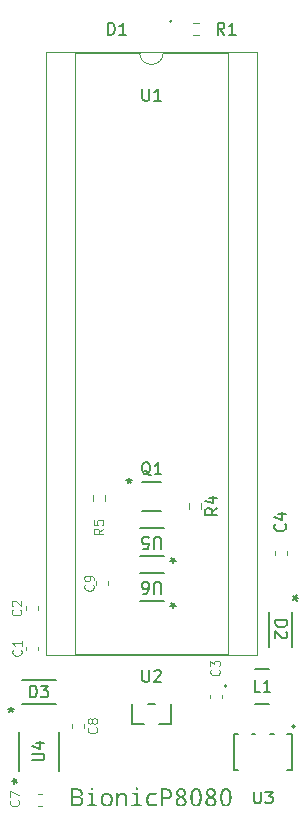
<source format=gbr>
G04 #@! TF.GenerationSoftware,KiCad,Pcbnew,8.0.4+dfsg-1*
G04 #@! TF.CreationDate,2025-03-05T20:28:27+09:00*
G04 #@! TF.ProjectId,bionic-p8080,62696f6e-6963-42d7-9038-3038302e6b69,2*
G04 #@! TF.SameCoordinates,Original*
G04 #@! TF.FileFunction,Legend,Top*
G04 #@! TF.FilePolarity,Positive*
%FSLAX46Y46*%
G04 Gerber Fmt 4.6, Leading zero omitted, Abs format (unit mm)*
G04 Created by KiCad (PCBNEW 8.0.4+dfsg-1) date 2025-03-05 20:28:27*
%MOMM*%
%LPD*%
G01*
G04 APERTURE LIST*
%ADD10C,0.150000*%
%ADD11C,0.100000*%
%ADD12C,0.120000*%
%ADD13C,0.152400*%
G04 APERTURE END LIST*
D10*
G36*
X107445538Y-136053063D02*
G01*
X107522344Y-136059637D01*
X107604522Y-136073311D01*
X107675805Y-136093297D01*
X107745195Y-136124590D01*
X107770394Y-136140631D01*
X107826173Y-136192219D01*
X107866015Y-136257592D01*
X107889920Y-136336750D01*
X107897764Y-136417321D01*
X107897889Y-136429692D01*
X107889982Y-136507373D01*
X107863019Y-136582904D01*
X107816922Y-136648045D01*
X107760737Y-136695622D01*
X107693389Y-136729819D01*
X107614878Y-136750634D01*
X107597836Y-136753192D01*
X107597836Y-136763450D01*
X107678036Y-136781127D01*
X107747542Y-136806315D01*
X107819387Y-136848361D01*
X107874524Y-136902142D01*
X107912953Y-136967658D01*
X107934674Y-137044909D01*
X107940020Y-137115160D01*
X107935397Y-137188481D01*
X107918314Y-137266274D01*
X107888644Y-137335722D01*
X107846386Y-137396826D01*
X107808496Y-137435362D01*
X107746538Y-137480615D01*
X107675430Y-137514753D01*
X107595170Y-137537776D01*
X107519092Y-137548664D01*
X107450558Y-137551500D01*
X106907606Y-137551500D01*
X106907606Y-137387735D01*
X107100314Y-137387735D01*
X107416486Y-137387735D01*
X107491619Y-137383355D01*
X107571448Y-137365565D01*
X107646582Y-137326152D01*
X107699175Y-137267033D01*
X107729228Y-137188207D01*
X107737055Y-137107466D01*
X107728906Y-137032635D01*
X107697616Y-136959580D01*
X107642859Y-136904788D01*
X107564635Y-136868261D01*
X107481521Y-136851772D01*
X107403297Y-136847714D01*
X107100314Y-136847714D01*
X107100314Y-137387735D01*
X106907606Y-137387735D01*
X106907606Y-136683949D01*
X107100314Y-136683949D01*
X107392672Y-136683949D01*
X107467640Y-136680446D01*
X107546021Y-136666213D01*
X107617600Y-136634683D01*
X107627145Y-136627895D01*
X107674824Y-136570259D01*
X107697261Y-136495589D01*
X107700785Y-136442515D01*
X107691477Y-136366822D01*
X107656477Y-136298465D01*
X107622016Y-136267759D01*
X107549957Y-136235387D01*
X107470072Y-136219824D01*
X107393182Y-136214844D01*
X107372156Y-136214636D01*
X107100314Y-136214636D01*
X107100314Y-136683949D01*
X106907606Y-136683949D01*
X106907606Y-136050871D01*
X107361165Y-136050871D01*
X107445538Y-136053063D01*
G37*
G36*
X108680809Y-135957082D02*
G01*
X108755441Y-135979452D01*
X108788280Y-136046561D01*
X108789986Y-136073952D01*
X108771644Y-136146080D01*
X108757379Y-136162613D01*
X108689015Y-136191301D01*
X108680809Y-136191555D01*
X108609410Y-136172146D01*
X108573226Y-136107832D01*
X108570533Y-136073952D01*
X108588733Y-135998284D01*
X108654963Y-135958908D01*
X108680809Y-135957082D01*
G37*
G36*
X108586287Y-136573307D02*
G01*
X108308949Y-136551691D01*
X108308949Y-136426028D01*
X108773499Y-136426028D01*
X108773499Y-137404221D01*
X109136200Y-137424737D01*
X109136200Y-137551500D01*
X108231646Y-137551500D01*
X108231646Y-137424737D01*
X108586287Y-137404221D01*
X108586287Y-136573307D01*
G37*
G36*
X110005242Y-136408197D02*
G01*
X110080882Y-136425044D01*
X110150803Y-136453122D01*
X110215005Y-136492432D01*
X110273489Y-136542973D01*
X110291713Y-136562316D01*
X110340395Y-136625900D01*
X110379005Y-136696852D01*
X110407542Y-136775171D01*
X110426008Y-136860857D01*
X110433702Y-136937890D01*
X110434961Y-136986566D01*
X110431509Y-137069148D01*
X110421151Y-137146077D01*
X110403888Y-137217354D01*
X110374058Y-137295424D01*
X110334285Y-137365354D01*
X110293545Y-137417410D01*
X110237353Y-137470948D01*
X110174568Y-137513409D01*
X110105187Y-137544793D01*
X110029213Y-137565101D01*
X109946643Y-137574331D01*
X109917655Y-137574947D01*
X109836893Y-137569318D01*
X109761669Y-137552433D01*
X109691984Y-137524290D01*
X109627838Y-137484890D01*
X109569229Y-137434233D01*
X109550924Y-137414846D01*
X109502118Y-137350896D01*
X109463409Y-137279400D01*
X109434798Y-137200355D01*
X109418669Y-137128719D01*
X109409553Y-137051842D01*
X109407309Y-136986566D01*
X109601116Y-136986566D01*
X109603934Y-137063890D01*
X109616456Y-137155157D01*
X109638996Y-137232904D01*
X109681258Y-137311073D01*
X109739173Y-137368115D01*
X109812741Y-137404031D01*
X109901962Y-137418819D01*
X109921685Y-137419242D01*
X109996560Y-137412481D01*
X110076116Y-137385017D01*
X110140072Y-137336425D01*
X110188429Y-137266707D01*
X110215884Y-137195721D01*
X110233355Y-137111214D01*
X110240842Y-137013186D01*
X110241154Y-136986566D01*
X110238327Y-136910028D01*
X110225762Y-136819687D01*
X110203145Y-136742731D01*
X110160737Y-136665356D01*
X110102624Y-136608893D01*
X110028803Y-136573343D01*
X109939277Y-136558704D01*
X109919487Y-136558286D01*
X109844868Y-136564978D01*
X109765587Y-136592164D01*
X109701850Y-136640261D01*
X109653660Y-136709271D01*
X109626300Y-136779536D01*
X109608889Y-136863184D01*
X109601427Y-136960217D01*
X109601116Y-136986566D01*
X109407309Y-136986566D01*
X109410717Y-136904749D01*
X109420941Y-136828514D01*
X109442206Y-136744399D01*
X109473285Y-136668321D01*
X109514179Y-136600280D01*
X109546894Y-136559385D01*
X109602677Y-136506096D01*
X109665339Y-136463833D01*
X109734878Y-136432594D01*
X109811295Y-136412381D01*
X109894590Y-136403194D01*
X109923883Y-136402581D01*
X110005242Y-136408197D01*
G37*
G36*
X111463346Y-137551500D02*
G01*
X111463346Y-136825366D01*
X111457362Y-136748424D01*
X111434384Y-136673308D01*
X111385795Y-136609407D01*
X111313750Y-136571066D01*
X111233327Y-136558547D01*
X111218248Y-136558286D01*
X111144059Y-136564674D01*
X111065234Y-136590628D01*
X111001864Y-136636545D01*
X110953950Y-136702426D01*
X110921493Y-136788271D01*
X110906655Y-136871321D01*
X110901709Y-136967148D01*
X110901709Y-137551500D01*
X110714131Y-137551500D01*
X110714131Y-136426028D01*
X110865439Y-136426028D01*
X110893283Y-136575871D01*
X110903541Y-136575871D01*
X110948097Y-136516980D01*
X111011996Y-136463673D01*
X111088727Y-136426950D01*
X111164710Y-136408673D01*
X111250122Y-136402581D01*
X111344060Y-136409021D01*
X111425473Y-136428341D01*
X111494361Y-136460541D01*
X111562857Y-136518904D01*
X111603564Y-136580084D01*
X111631745Y-136654144D01*
X111647401Y-136741083D01*
X111650924Y-136814741D01*
X111650924Y-137551500D01*
X111463346Y-137551500D01*
G37*
G36*
X112461688Y-135957082D02*
G01*
X112536321Y-135979452D01*
X112569159Y-136046561D01*
X112570865Y-136073952D01*
X112552524Y-136146080D01*
X112538258Y-136162613D01*
X112469894Y-136191301D01*
X112461688Y-136191555D01*
X112390289Y-136172146D01*
X112354105Y-136107832D01*
X112351413Y-136073952D01*
X112369612Y-135998284D01*
X112435842Y-135958908D01*
X112461688Y-135957082D01*
G37*
G36*
X112367166Y-136573307D02*
G01*
X112089829Y-136551691D01*
X112089829Y-136426028D01*
X112554378Y-136426028D01*
X112554378Y-137404221D01*
X112917079Y-137424737D01*
X112917079Y-137551500D01*
X112012526Y-137551500D01*
X112012526Y-137424737D01*
X112367166Y-137404221D01*
X112367166Y-136573307D01*
G37*
G36*
X114163084Y-136463398D02*
G01*
X114099337Y-136626063D01*
X114024094Y-136599937D01*
X113952974Y-136581275D01*
X113877890Y-136569204D01*
X113823098Y-136566346D01*
X113733539Y-136573004D01*
X113655921Y-136592976D01*
X113590245Y-136626264D01*
X113524941Y-136686598D01*
X113486133Y-136749844D01*
X113459265Y-136826406D01*
X113444338Y-136916282D01*
X113440980Y-136992428D01*
X113444248Y-137067264D01*
X113458774Y-137155595D01*
X113484920Y-137230840D01*
X113533945Y-137306493D01*
X113601127Y-137361700D01*
X113686465Y-137396460D01*
X113767810Y-137409546D01*
X113812840Y-137411182D01*
X113894241Y-137407198D01*
X113976513Y-137395245D01*
X114049214Y-137378250D01*
X114122582Y-137355154D01*
X114143667Y-137347435D01*
X114143667Y-137512299D01*
X114070691Y-137539707D01*
X113989885Y-137559285D01*
X113912756Y-137569991D01*
X113829631Y-137574702D01*
X113804780Y-137574947D01*
X113724893Y-137571289D01*
X113650785Y-137560314D01*
X113569482Y-137537486D01*
X113496500Y-137504123D01*
X113431838Y-137460223D01*
X113393353Y-137425104D01*
X113343674Y-137364327D01*
X113304275Y-137294380D01*
X113275153Y-137215263D01*
X113258736Y-137142326D01*
X113249457Y-137063021D01*
X113247173Y-136994992D01*
X113250823Y-136907918D01*
X113261771Y-136827588D01*
X113280017Y-136754002D01*
X113311547Y-136674601D01*
X113353588Y-136604912D01*
X113396650Y-136554256D01*
X113456967Y-136502710D01*
X113525810Y-136461829D01*
X113603181Y-136431613D01*
X113689077Y-136412061D01*
X113767171Y-136403914D01*
X113816870Y-136402581D01*
X113896173Y-136405491D01*
X113973478Y-136414222D01*
X114048784Y-136428773D01*
X114122091Y-136449144D01*
X114163084Y-136463398D01*
G37*
G36*
X115022361Y-136054723D02*
G01*
X115107723Y-136066276D01*
X115183773Y-136085532D01*
X115270687Y-136123187D01*
X115341046Y-136174535D01*
X115394850Y-136239576D01*
X115432099Y-136318310D01*
X115452793Y-136410737D01*
X115457449Y-136489043D01*
X115452426Y-136569672D01*
X115437356Y-136643397D01*
X115407077Y-136720684D01*
X115363124Y-136788575D01*
X115314567Y-136839287D01*
X115246010Y-136888252D01*
X115177368Y-136920649D01*
X115099608Y-136944211D01*
X115012728Y-136958937D01*
X114933362Y-136964459D01*
X114899842Y-136964950D01*
X114703105Y-136964950D01*
X114703105Y-137551500D01*
X114511496Y-137551500D01*
X114511496Y-136801185D01*
X114703105Y-136801185D01*
X114878227Y-136801185D01*
X114961948Y-136797679D01*
X115034554Y-136787161D01*
X115111573Y-136763333D01*
X115170219Y-136727913D01*
X115220488Y-136667754D01*
X115248080Y-136596084D01*
X115258168Y-136517754D01*
X115258513Y-136498569D01*
X115250007Y-136416772D01*
X115217343Y-136336916D01*
X115160182Y-136277024D01*
X115093834Y-136242364D01*
X115010473Y-136221568D01*
X114931536Y-136214914D01*
X114910101Y-136214636D01*
X114703105Y-136214636D01*
X114703105Y-136801185D01*
X114511496Y-136801185D01*
X114511496Y-136050871D01*
X114927686Y-136050871D01*
X115022361Y-136054723D01*
G37*
G36*
X116302706Y-136032087D02*
G01*
X116375320Y-136046077D01*
X116449807Y-136073486D01*
X116515226Y-136113076D01*
X116530163Y-136124877D01*
X116581615Y-136177885D01*
X116621926Y-136247756D01*
X116642139Y-136318962D01*
X116647766Y-136388293D01*
X116638274Y-136473000D01*
X116609796Y-136550443D01*
X116562333Y-136620622D01*
X116508279Y-136673555D01*
X116441040Y-136721444D01*
X116377756Y-136756123D01*
X116452374Y-136798518D01*
X116517043Y-136843272D01*
X116583888Y-136902530D01*
X116635188Y-136965474D01*
X116670943Y-137032103D01*
X116693328Y-137116922D01*
X116696127Y-137161322D01*
X116689903Y-137239560D01*
X116671232Y-137310787D01*
X116634653Y-137383602D01*
X116581817Y-137447257D01*
X116566067Y-137461740D01*
X116505329Y-137505851D01*
X116436597Y-137539128D01*
X116359871Y-137561570D01*
X116275151Y-137573178D01*
X116223150Y-137574947D01*
X116143183Y-137571199D01*
X116070067Y-137559955D01*
X115993426Y-137537362D01*
X115926112Y-137504566D01*
X115875837Y-137468335D01*
X115821340Y-137409556D01*
X115782414Y-137340199D01*
X115759058Y-137260263D01*
X115751395Y-137181641D01*
X115751273Y-137169748D01*
X115751338Y-137169015D01*
X115934455Y-137169015D01*
X115944450Y-137252684D01*
X115981376Y-137328418D01*
X116045509Y-137380591D01*
X116122137Y-137406557D01*
X116201263Y-137414972D01*
X116218754Y-137415212D01*
X116292640Y-137409909D01*
X116369249Y-137389023D01*
X116435642Y-137348167D01*
X116482525Y-137290242D01*
X116507769Y-137217581D01*
X116512578Y-137160955D01*
X116500166Y-137084239D01*
X116462930Y-137015657D01*
X116447732Y-136997557D01*
X116392413Y-136947922D01*
X116331182Y-136906538D01*
X116264687Y-136869169D01*
X116227180Y-136850278D01*
X116196406Y-136835990D01*
X116120941Y-136876868D01*
X116058268Y-136921878D01*
X115999943Y-136981345D01*
X115960036Y-137046763D01*
X115938548Y-137118131D01*
X115934455Y-137169015D01*
X115751338Y-137169015D01*
X115758366Y-137090014D01*
X115779645Y-137016362D01*
X115815110Y-136948792D01*
X115864760Y-136887304D01*
X115928597Y-136831899D01*
X116006619Y-136782575D01*
X116041800Y-136764549D01*
X115972035Y-136715800D01*
X115914095Y-136663205D01*
X115860175Y-136595014D01*
X115823282Y-136521285D01*
X115803417Y-136442017D01*
X115800401Y-136397452D01*
X115983182Y-136397452D01*
X115992929Y-136472265D01*
X116025005Y-136540593D01*
X116034106Y-136552790D01*
X116090236Y-136604409D01*
X116153491Y-136644279D01*
X116225348Y-136680285D01*
X116294163Y-136645753D01*
X116361345Y-136599591D01*
X116418497Y-136539224D01*
X116452788Y-136471844D01*
X116464218Y-136397452D01*
X116453516Y-136322146D01*
X116414570Y-136255240D01*
X116399371Y-136241015D01*
X116333304Y-136204199D01*
X116255254Y-136188474D01*
X116220952Y-136187159D01*
X116145355Y-136194732D01*
X116073047Y-136222712D01*
X116047295Y-136241015D01*
X116001276Y-136302211D01*
X115983745Y-136378646D01*
X115983182Y-136397452D01*
X115800401Y-136397452D01*
X115799633Y-136386095D01*
X115807121Y-136307922D01*
X115833444Y-136230159D01*
X115878721Y-136163176D01*
X115919434Y-136124511D01*
X115983479Y-136082035D01*
X116055447Y-136051696D01*
X116135337Y-136033492D01*
X116211740Y-136027519D01*
X116223150Y-136027424D01*
X116302706Y-136032087D01*
G37*
G36*
X117566712Y-136034418D02*
G01*
X117643962Y-136055399D01*
X117712995Y-136090369D01*
X117773810Y-136139326D01*
X117826408Y-136202270D01*
X117842114Y-136226360D01*
X117877366Y-136292839D01*
X117906643Y-136367940D01*
X117929945Y-136451663D01*
X117944284Y-136524850D01*
X117954800Y-136603556D01*
X117961492Y-136687779D01*
X117964360Y-136777521D01*
X117964480Y-136800819D01*
X117962592Y-136894561D01*
X117956929Y-136982255D01*
X117947491Y-137063902D01*
X117934277Y-137139500D01*
X117907379Y-137241558D01*
X117871986Y-137330008D01*
X117828098Y-137404850D01*
X117775716Y-137466085D01*
X117714840Y-137513712D01*
X117645469Y-137547731D01*
X117567604Y-137568143D01*
X117481245Y-137574947D01*
X117396787Y-137567953D01*
X117320365Y-137546971D01*
X117251981Y-137512002D01*
X117191634Y-137463045D01*
X117139324Y-137400101D01*
X117123674Y-137376011D01*
X117088633Y-137309514D01*
X117059531Y-137234360D01*
X117036369Y-137150547D01*
X117022115Y-137077262D01*
X117011662Y-136998437D01*
X117005010Y-136914070D01*
X117002159Y-136824162D01*
X117002041Y-136800819D01*
X117002056Y-136800086D01*
X117192916Y-136800086D01*
X117194004Y-136879015D01*
X117197267Y-136952219D01*
X117204405Y-137035674D01*
X117214941Y-137110185D01*
X117232072Y-137187791D01*
X117258243Y-137262053D01*
X117262526Y-137271231D01*
X117302299Y-137334223D01*
X117358923Y-137383576D01*
X117428124Y-137410150D01*
X117481245Y-137415212D01*
X117560187Y-137403794D01*
X117626377Y-137369540D01*
X117679816Y-137312449D01*
X117703995Y-137270864D01*
X117731689Y-137198874D01*
X117750013Y-137123355D01*
X117761465Y-137050681D01*
X117769447Y-136969152D01*
X117773959Y-136878769D01*
X117775069Y-136800086D01*
X117773959Y-136721925D01*
X117769447Y-136632112D01*
X117761465Y-136551065D01*
X117747306Y-136465378D01*
X117728149Y-136392314D01*
X117703995Y-136331873D01*
X117663420Y-136268561D01*
X117605730Y-136218956D01*
X117535290Y-136192247D01*
X117481245Y-136187159D01*
X117403659Y-136198519D01*
X117338651Y-136232600D01*
X117286219Y-136289400D01*
X117262526Y-136330774D01*
X117235403Y-136402193D01*
X117217456Y-136477335D01*
X117206240Y-136549772D01*
X117198423Y-136631136D01*
X117194004Y-136721427D01*
X117192916Y-136800086D01*
X117002056Y-136800086D01*
X117003913Y-136707166D01*
X117009528Y-136619555D01*
X117018888Y-136537986D01*
X117031991Y-136462459D01*
X117058665Y-136360498D01*
X117093763Y-136272131D01*
X117137285Y-136197360D01*
X117189230Y-136136183D01*
X117249598Y-136088601D01*
X117318390Y-136054614D01*
X117395606Y-136034222D01*
X117481245Y-136027424D01*
X117566712Y-136034418D01*
G37*
G36*
X118823293Y-136032087D02*
G01*
X118895906Y-136046077D01*
X118970393Y-136073486D01*
X119035812Y-136113076D01*
X119050750Y-136124877D01*
X119102201Y-136177885D01*
X119142512Y-136247756D01*
X119162725Y-136318962D01*
X119168353Y-136388293D01*
X119158860Y-136473000D01*
X119130382Y-136550443D01*
X119082920Y-136620622D01*
X119028865Y-136673555D01*
X118961626Y-136721444D01*
X118898342Y-136756123D01*
X118972960Y-136798518D01*
X119037629Y-136843272D01*
X119104475Y-136902530D01*
X119155775Y-136965474D01*
X119191529Y-137032103D01*
X119213915Y-137116922D01*
X119216713Y-137161322D01*
X119210489Y-137239560D01*
X119191819Y-137310787D01*
X119155239Y-137383602D01*
X119102403Y-137447257D01*
X119086653Y-137461740D01*
X119025916Y-137505851D01*
X118957184Y-137539128D01*
X118880458Y-137561570D01*
X118795737Y-137573178D01*
X118743736Y-137574947D01*
X118663769Y-137571199D01*
X118590653Y-137559955D01*
X118514012Y-137537362D01*
X118446698Y-137504566D01*
X118396423Y-137468335D01*
X118341926Y-137409556D01*
X118303000Y-137340199D01*
X118279644Y-137260263D01*
X118271981Y-137181641D01*
X118271859Y-137169748D01*
X118271924Y-137169015D01*
X118455041Y-137169015D01*
X118465036Y-137252684D01*
X118501962Y-137328418D01*
X118566096Y-137380591D01*
X118642723Y-137406557D01*
X118721849Y-137414972D01*
X118739340Y-137415212D01*
X118813226Y-137409909D01*
X118889836Y-137389023D01*
X118956228Y-137348167D01*
X119003111Y-137290242D01*
X119028356Y-137217581D01*
X119033164Y-137160955D01*
X119020752Y-137084239D01*
X118983516Y-137015657D01*
X118968318Y-136997557D01*
X118913000Y-136947922D01*
X118851768Y-136906538D01*
X118785273Y-136869169D01*
X118747766Y-136850278D01*
X118716992Y-136835990D01*
X118641528Y-136876868D01*
X118578854Y-136921878D01*
X118520529Y-136981345D01*
X118480622Y-137046763D01*
X118459134Y-137118131D01*
X118455041Y-137169015D01*
X118271924Y-137169015D01*
X118278952Y-137090014D01*
X118300231Y-137016362D01*
X118335696Y-136948792D01*
X118385346Y-136887304D01*
X118449183Y-136831899D01*
X118527205Y-136782575D01*
X118562386Y-136764549D01*
X118492621Y-136715800D01*
X118434681Y-136663205D01*
X118380761Y-136595014D01*
X118343868Y-136521285D01*
X118324003Y-136442017D01*
X118320987Y-136397452D01*
X118503768Y-136397452D01*
X118513515Y-136472265D01*
X118545592Y-136540593D01*
X118554692Y-136552790D01*
X118610822Y-136604409D01*
X118674077Y-136644279D01*
X118745935Y-136680285D01*
X118814750Y-136645753D01*
X118881932Y-136599591D01*
X118939083Y-136539224D01*
X118973374Y-136471844D01*
X118984804Y-136397452D01*
X118974102Y-136322146D01*
X118935156Y-136255240D01*
X118919958Y-136241015D01*
X118853890Y-136204199D01*
X118775840Y-136188474D01*
X118741538Y-136187159D01*
X118665941Y-136194732D01*
X118593633Y-136222712D01*
X118567882Y-136241015D01*
X118521862Y-136302211D01*
X118504331Y-136378646D01*
X118503768Y-136397452D01*
X118320987Y-136397452D01*
X118320219Y-136386095D01*
X118327707Y-136307922D01*
X118354030Y-136230159D01*
X118399307Y-136163176D01*
X118440020Y-136124511D01*
X118504065Y-136082035D01*
X118576033Y-136051696D01*
X118655923Y-136033492D01*
X118732327Y-136027519D01*
X118743736Y-136027424D01*
X118823293Y-136032087D01*
G37*
G36*
X120087299Y-136034418D02*
G01*
X120164549Y-136055399D01*
X120233581Y-136090369D01*
X120294396Y-136139326D01*
X120346994Y-136202270D01*
X120362700Y-136226360D01*
X120397952Y-136292839D01*
X120427229Y-136367940D01*
X120450531Y-136451663D01*
X120464871Y-136524850D01*
X120475386Y-136603556D01*
X120482078Y-136687779D01*
X120484946Y-136777521D01*
X120485066Y-136800819D01*
X120483178Y-136894561D01*
X120477515Y-136982255D01*
X120468077Y-137063902D01*
X120454864Y-137139500D01*
X120427965Y-137241558D01*
X120392572Y-137330008D01*
X120348684Y-137404850D01*
X120296302Y-137466085D01*
X120235426Y-137513712D01*
X120166056Y-137547731D01*
X120088191Y-137568143D01*
X120001831Y-137574947D01*
X119917373Y-137567953D01*
X119840952Y-137546971D01*
X119772567Y-137512002D01*
X119712220Y-137463045D01*
X119659910Y-137400101D01*
X119644260Y-137376011D01*
X119609219Y-137309514D01*
X119580117Y-137234360D01*
X119556955Y-137150547D01*
X119542701Y-137077262D01*
X119532248Y-136998437D01*
X119525596Y-136914070D01*
X119522746Y-136824162D01*
X119522627Y-136800819D01*
X119522642Y-136800086D01*
X119713503Y-136800086D01*
X119714590Y-136879015D01*
X119717853Y-136952219D01*
X119724991Y-137035674D01*
X119735527Y-137110185D01*
X119752658Y-137187791D01*
X119778829Y-137262053D01*
X119783112Y-137271231D01*
X119822885Y-137334223D01*
X119879509Y-137383576D01*
X119948710Y-137410150D01*
X120001831Y-137415212D01*
X120080773Y-137403794D01*
X120146963Y-137369540D01*
X120200402Y-137312449D01*
X120224581Y-137270864D01*
X120252275Y-137198874D01*
X120270599Y-137123355D01*
X120282051Y-137050681D01*
X120290033Y-136969152D01*
X120294545Y-136878769D01*
X120295655Y-136800086D01*
X120294545Y-136721925D01*
X120290033Y-136632112D01*
X120282051Y-136551065D01*
X120267892Y-136465378D01*
X120248735Y-136392314D01*
X120224581Y-136331873D01*
X120184006Y-136268561D01*
X120126316Y-136218956D01*
X120055876Y-136192247D01*
X120001831Y-136187159D01*
X119924245Y-136198519D01*
X119859237Y-136232600D01*
X119806806Y-136289400D01*
X119783112Y-136330774D01*
X119755989Y-136402193D01*
X119738043Y-136477335D01*
X119726826Y-136549772D01*
X119719009Y-136631136D01*
X119714590Y-136721427D01*
X119713503Y-136800086D01*
X119522642Y-136800086D01*
X119524499Y-136707166D01*
X119530114Y-136619555D01*
X119539474Y-136537986D01*
X119552577Y-136462459D01*
X119579252Y-136360498D01*
X119614350Y-136272131D01*
X119657871Y-136197360D01*
X119709816Y-136136183D01*
X119770185Y-136088601D01*
X119838977Y-136054614D01*
X119916192Y-136034222D01*
X120001831Y-136027424D01*
X120087299Y-136034418D01*
G37*
X125006980Y-113676866D02*
X125054600Y-113724485D01*
X125054600Y-113724485D02*
X125102219Y-113867342D01*
X125102219Y-113867342D02*
X125102219Y-113962580D01*
X125102219Y-113962580D02*
X125054600Y-114105437D01*
X125054600Y-114105437D02*
X124959361Y-114200675D01*
X124959361Y-114200675D02*
X124864123Y-114248294D01*
X124864123Y-114248294D02*
X124673647Y-114295913D01*
X124673647Y-114295913D02*
X124530790Y-114295913D01*
X124530790Y-114295913D02*
X124340314Y-114248294D01*
X124340314Y-114248294D02*
X124245076Y-114200675D01*
X124245076Y-114200675D02*
X124149838Y-114105437D01*
X124149838Y-114105437D02*
X124102219Y-113962580D01*
X124102219Y-113962580D02*
X124102219Y-113867342D01*
X124102219Y-113867342D02*
X124149838Y-113724485D01*
X124149838Y-113724485D02*
X124197457Y-113676866D01*
X124435552Y-112819723D02*
X125102219Y-112819723D01*
X124054600Y-113057818D02*
X124768885Y-113295913D01*
X124768885Y-113295913D02*
X124768885Y-112676866D01*
X103436905Y-128341419D02*
X103436905Y-127341419D01*
X103436905Y-127341419D02*
X103675000Y-127341419D01*
X103675000Y-127341419D02*
X103817857Y-127389038D01*
X103817857Y-127389038D02*
X103913095Y-127484276D01*
X103913095Y-127484276D02*
X103960714Y-127579514D01*
X103960714Y-127579514D02*
X104008333Y-127769990D01*
X104008333Y-127769990D02*
X104008333Y-127912847D01*
X104008333Y-127912847D02*
X103960714Y-128103323D01*
X103960714Y-128103323D02*
X103913095Y-128198561D01*
X103913095Y-128198561D02*
X103817857Y-128293800D01*
X103817857Y-128293800D02*
X103675000Y-128341419D01*
X103675000Y-128341419D02*
X103436905Y-128341419D01*
X104341667Y-127341419D02*
X104960714Y-127341419D01*
X104960714Y-127341419D02*
X104627381Y-127722371D01*
X104627381Y-127722371D02*
X104770238Y-127722371D01*
X104770238Y-127722371D02*
X104865476Y-127769990D01*
X104865476Y-127769990D02*
X104913095Y-127817609D01*
X104913095Y-127817609D02*
X104960714Y-127912847D01*
X104960714Y-127912847D02*
X104960714Y-128150942D01*
X104960714Y-128150942D02*
X104913095Y-128246180D01*
X104913095Y-128246180D02*
X104865476Y-128293800D01*
X104865476Y-128293800D02*
X104770238Y-128341419D01*
X104770238Y-128341419D02*
X104484524Y-128341419D01*
X104484524Y-128341419D02*
X104389286Y-128293800D01*
X104389286Y-128293800D02*
X104341667Y-128246180D01*
X101812800Y-129144819D02*
X101812800Y-129382914D01*
X101574705Y-129287676D02*
X101812800Y-129382914D01*
X101812800Y-129382914D02*
X102050895Y-129287676D01*
X101669943Y-129573390D02*
X101812800Y-129382914D01*
X101812800Y-129382914D02*
X101955657Y-129573390D01*
X119883333Y-72232819D02*
X119550000Y-71756628D01*
X119311905Y-72232819D02*
X119311905Y-71232819D01*
X119311905Y-71232819D02*
X119692857Y-71232819D01*
X119692857Y-71232819D02*
X119788095Y-71280438D01*
X119788095Y-71280438D02*
X119835714Y-71328057D01*
X119835714Y-71328057D02*
X119883333Y-71423295D01*
X119883333Y-71423295D02*
X119883333Y-71566152D01*
X119883333Y-71566152D02*
X119835714Y-71661390D01*
X119835714Y-71661390D02*
X119788095Y-71709009D01*
X119788095Y-71709009D02*
X119692857Y-71756628D01*
X119692857Y-71756628D02*
X119311905Y-71756628D01*
X120835714Y-72232819D02*
X120264286Y-72232819D01*
X120550000Y-72232819D02*
X120550000Y-71232819D01*
X120550000Y-71232819D02*
X120454762Y-71375676D01*
X120454762Y-71375676D02*
X120359524Y-71470914D01*
X120359524Y-71470914D02*
X120264286Y-71518533D01*
X112938095Y-76820819D02*
X112938095Y-77630342D01*
X112938095Y-77630342D02*
X112985714Y-77725580D01*
X112985714Y-77725580D02*
X113033333Y-77773200D01*
X113033333Y-77773200D02*
X113128571Y-77820819D01*
X113128571Y-77820819D02*
X113319047Y-77820819D01*
X113319047Y-77820819D02*
X113414285Y-77773200D01*
X113414285Y-77773200D02*
X113461904Y-77725580D01*
X113461904Y-77725580D02*
X113509523Y-77630342D01*
X113509523Y-77630342D02*
X113509523Y-76820819D01*
X114509523Y-77820819D02*
X113938095Y-77820819D01*
X114223809Y-77820819D02*
X114223809Y-76820819D01*
X114223809Y-76820819D02*
X114128571Y-76963676D01*
X114128571Y-76963676D02*
X114033333Y-77058914D01*
X114033333Y-77058914D02*
X113938095Y-77106533D01*
X114487304Y-115745380D02*
X114487304Y-114935857D01*
X114487304Y-114935857D02*
X114439685Y-114840619D01*
X114439685Y-114840619D02*
X114392066Y-114793000D01*
X114392066Y-114793000D02*
X114296828Y-114745380D01*
X114296828Y-114745380D02*
X114106352Y-114745380D01*
X114106352Y-114745380D02*
X114011114Y-114793000D01*
X114011114Y-114793000D02*
X113963495Y-114840619D01*
X113963495Y-114840619D02*
X113915876Y-114935857D01*
X113915876Y-114935857D02*
X113915876Y-115745380D01*
X112963495Y-115745380D02*
X113439685Y-115745380D01*
X113439685Y-115745380D02*
X113487304Y-115269190D01*
X113487304Y-115269190D02*
X113439685Y-115316809D01*
X113439685Y-115316809D02*
X113344447Y-115364428D01*
X113344447Y-115364428D02*
X113106352Y-115364428D01*
X113106352Y-115364428D02*
X113011114Y-115316809D01*
X113011114Y-115316809D02*
X112963495Y-115269190D01*
X112963495Y-115269190D02*
X112915876Y-115173952D01*
X112915876Y-115173952D02*
X112915876Y-114935857D01*
X112915876Y-114935857D02*
X112963495Y-114840619D01*
X112963495Y-114840619D02*
X113011114Y-114793000D01*
X113011114Y-114793000D02*
X113106352Y-114745380D01*
X113106352Y-114745380D02*
X113344447Y-114745380D01*
X113344447Y-114745380D02*
X113439685Y-114793000D01*
X113439685Y-114793000D02*
X113487304Y-114840619D01*
X115525399Y-116945380D02*
X115525399Y-116707285D01*
X115763494Y-116802523D02*
X115525399Y-116707285D01*
X115525399Y-116707285D02*
X115287304Y-116802523D01*
X115668256Y-116516809D02*
X115525399Y-116707285D01*
X115525399Y-116707285D02*
X115382542Y-116516809D01*
X122386895Y-136322219D02*
X122386895Y-137131742D01*
X122386895Y-137131742D02*
X122434514Y-137226980D01*
X122434514Y-137226980D02*
X122482133Y-137274600D01*
X122482133Y-137274600D02*
X122577371Y-137322219D01*
X122577371Y-137322219D02*
X122767847Y-137322219D01*
X122767847Y-137322219D02*
X122863085Y-137274600D01*
X122863085Y-137274600D02*
X122910704Y-137226980D01*
X122910704Y-137226980D02*
X122958323Y-137131742D01*
X122958323Y-137131742D02*
X122958323Y-136322219D01*
X123339276Y-136322219D02*
X123958323Y-136322219D01*
X123958323Y-136322219D02*
X123624990Y-136703171D01*
X123624990Y-136703171D02*
X123767847Y-136703171D01*
X123767847Y-136703171D02*
X123863085Y-136750790D01*
X123863085Y-136750790D02*
X123910704Y-136798409D01*
X123910704Y-136798409D02*
X123958323Y-136893647D01*
X123958323Y-136893647D02*
X123958323Y-137131742D01*
X123958323Y-137131742D02*
X123910704Y-137226980D01*
X123910704Y-137226980D02*
X123863085Y-137274600D01*
X123863085Y-137274600D02*
X123767847Y-137322219D01*
X123767847Y-137322219D02*
X123482133Y-137322219D01*
X123482133Y-137322219D02*
X123386895Y-137274600D01*
X123386895Y-137274600D02*
X123339276Y-137226980D01*
D11*
X109619895Y-114049932D02*
X109238942Y-114316599D01*
X109619895Y-114507075D02*
X108819895Y-114507075D01*
X108819895Y-114507075D02*
X108819895Y-114202313D01*
X108819895Y-114202313D02*
X108857990Y-114126123D01*
X108857990Y-114126123D02*
X108896085Y-114088028D01*
X108896085Y-114088028D02*
X108972276Y-114049932D01*
X108972276Y-114049932D02*
X109086561Y-114049932D01*
X109086561Y-114049932D02*
X109162752Y-114088028D01*
X109162752Y-114088028D02*
X109200847Y-114126123D01*
X109200847Y-114126123D02*
X109238942Y-114202313D01*
X109238942Y-114202313D02*
X109238942Y-114507075D01*
X108819895Y-113326123D02*
X108819895Y-113707075D01*
X108819895Y-113707075D02*
X109200847Y-113745171D01*
X109200847Y-113745171D02*
X109162752Y-113707075D01*
X109162752Y-113707075D02*
X109124657Y-113630885D01*
X109124657Y-113630885D02*
X109124657Y-113440409D01*
X109124657Y-113440409D02*
X109162752Y-113364218D01*
X109162752Y-113364218D02*
X109200847Y-113326123D01*
X109200847Y-113326123D02*
X109277038Y-113288028D01*
X109277038Y-113288028D02*
X109467514Y-113288028D01*
X109467514Y-113288028D02*
X109543704Y-113326123D01*
X109543704Y-113326123D02*
X109581800Y-113364218D01*
X109581800Y-113364218D02*
X109619895Y-113440409D01*
X109619895Y-113440409D02*
X109619895Y-113630885D01*
X109619895Y-113630885D02*
X109581800Y-113707075D01*
X109581800Y-113707075D02*
X109543704Y-113745171D01*
D10*
X103629819Y-133684054D02*
X104439342Y-133684054D01*
X104439342Y-133684054D02*
X104534580Y-133636435D01*
X104534580Y-133636435D02*
X104582200Y-133588816D01*
X104582200Y-133588816D02*
X104629819Y-133493578D01*
X104629819Y-133493578D02*
X104629819Y-133303102D01*
X104629819Y-133303102D02*
X104582200Y-133207864D01*
X104582200Y-133207864D02*
X104534580Y-133160245D01*
X104534580Y-133160245D02*
X104439342Y-133112626D01*
X104439342Y-133112626D02*
X103629819Y-133112626D01*
X103963152Y-132207864D02*
X104629819Y-132207864D01*
X103582200Y-132445959D02*
X104296485Y-132684054D01*
X104296485Y-132684054D02*
X104296485Y-132065007D01*
X101929819Y-135422149D02*
X102167914Y-135422149D01*
X102072676Y-135660244D02*
X102167914Y-135422149D01*
X102167914Y-135422149D02*
X102072676Y-135184054D01*
X102358390Y-135565006D02*
X102167914Y-135422149D01*
X102167914Y-135422149D02*
X102358390Y-135279292D01*
X122905933Y-127858819D02*
X122429743Y-127858819D01*
X122429743Y-127858819D02*
X122429743Y-126858819D01*
X123763076Y-127858819D02*
X123191648Y-127858819D01*
X123477362Y-127858819D02*
X123477362Y-126858819D01*
X123477362Y-126858819D02*
X123382124Y-127001676D01*
X123382124Y-127001676D02*
X123286886Y-127096914D01*
X123286886Y-127096914D02*
X123191648Y-127144533D01*
X110040905Y-72232819D02*
X110040905Y-71232819D01*
X110040905Y-71232819D02*
X110279000Y-71232819D01*
X110279000Y-71232819D02*
X110421857Y-71280438D01*
X110421857Y-71280438D02*
X110517095Y-71375676D01*
X110517095Y-71375676D02*
X110564714Y-71470914D01*
X110564714Y-71470914D02*
X110612333Y-71661390D01*
X110612333Y-71661390D02*
X110612333Y-71804247D01*
X110612333Y-71804247D02*
X110564714Y-71994723D01*
X110564714Y-71994723D02*
X110517095Y-72089961D01*
X110517095Y-72089961D02*
X110421857Y-72185200D01*
X110421857Y-72185200D02*
X110279000Y-72232819D01*
X110279000Y-72232819D02*
X110040905Y-72232819D01*
X111564714Y-72232819D02*
X110993286Y-72232819D01*
X111279000Y-72232819D02*
X111279000Y-71232819D01*
X111279000Y-71232819D02*
X111183762Y-71375676D01*
X111183762Y-71375676D02*
X111088524Y-71470914D01*
X111088524Y-71470914D02*
X110993286Y-71518533D01*
X112938095Y-126020619D02*
X112938095Y-126830142D01*
X112938095Y-126830142D02*
X112985714Y-126925380D01*
X112985714Y-126925380D02*
X113033333Y-126973000D01*
X113033333Y-126973000D02*
X113128571Y-127020619D01*
X113128571Y-127020619D02*
X113319047Y-127020619D01*
X113319047Y-127020619D02*
X113414285Y-126973000D01*
X113414285Y-126973000D02*
X113461904Y-126925380D01*
X113461904Y-126925380D02*
X113509523Y-126830142D01*
X113509523Y-126830142D02*
X113509523Y-126020619D01*
X113938095Y-126115857D02*
X113985714Y-126068238D01*
X113985714Y-126068238D02*
X114080952Y-126020619D01*
X114080952Y-126020619D02*
X114319047Y-126020619D01*
X114319047Y-126020619D02*
X114414285Y-126068238D01*
X114414285Y-126068238D02*
X114461904Y-126115857D01*
X114461904Y-126115857D02*
X114509523Y-126211095D01*
X114509523Y-126211095D02*
X114509523Y-126306333D01*
X114509523Y-126306333D02*
X114461904Y-126449190D01*
X114461904Y-126449190D02*
X113890476Y-127020619D01*
X113890476Y-127020619D02*
X114509523Y-127020619D01*
D11*
X109035704Y-130890132D02*
X109073800Y-130928228D01*
X109073800Y-130928228D02*
X109111895Y-131042513D01*
X109111895Y-131042513D02*
X109111895Y-131118704D01*
X109111895Y-131118704D02*
X109073800Y-131232990D01*
X109073800Y-131232990D02*
X108997609Y-131309180D01*
X108997609Y-131309180D02*
X108921419Y-131347275D01*
X108921419Y-131347275D02*
X108769038Y-131385371D01*
X108769038Y-131385371D02*
X108654752Y-131385371D01*
X108654752Y-131385371D02*
X108502371Y-131347275D01*
X108502371Y-131347275D02*
X108426180Y-131309180D01*
X108426180Y-131309180D02*
X108349990Y-131232990D01*
X108349990Y-131232990D02*
X108311895Y-131118704D01*
X108311895Y-131118704D02*
X108311895Y-131042513D01*
X108311895Y-131042513D02*
X108349990Y-130928228D01*
X108349990Y-130928228D02*
X108388085Y-130890132D01*
X108654752Y-130432990D02*
X108616657Y-130509180D01*
X108616657Y-130509180D02*
X108578561Y-130547275D01*
X108578561Y-130547275D02*
X108502371Y-130585371D01*
X108502371Y-130585371D02*
X108464276Y-130585371D01*
X108464276Y-130585371D02*
X108388085Y-130547275D01*
X108388085Y-130547275D02*
X108349990Y-130509180D01*
X108349990Y-130509180D02*
X108311895Y-130432990D01*
X108311895Y-130432990D02*
X108311895Y-130280609D01*
X108311895Y-130280609D02*
X108349990Y-130204418D01*
X108349990Y-130204418D02*
X108388085Y-130166323D01*
X108388085Y-130166323D02*
X108464276Y-130128228D01*
X108464276Y-130128228D02*
X108502371Y-130128228D01*
X108502371Y-130128228D02*
X108578561Y-130166323D01*
X108578561Y-130166323D02*
X108616657Y-130204418D01*
X108616657Y-130204418D02*
X108654752Y-130280609D01*
X108654752Y-130280609D02*
X108654752Y-130432990D01*
X108654752Y-130432990D02*
X108692847Y-130509180D01*
X108692847Y-130509180D02*
X108730942Y-130547275D01*
X108730942Y-130547275D02*
X108807133Y-130585371D01*
X108807133Y-130585371D02*
X108959514Y-130585371D01*
X108959514Y-130585371D02*
X109035704Y-130547275D01*
X109035704Y-130547275D02*
X109073800Y-130509180D01*
X109073800Y-130509180D02*
X109111895Y-130432990D01*
X109111895Y-130432990D02*
X109111895Y-130280609D01*
X109111895Y-130280609D02*
X109073800Y-130204418D01*
X109073800Y-130204418D02*
X109035704Y-130166323D01*
X109035704Y-130166323D02*
X108959514Y-130128228D01*
X108959514Y-130128228D02*
X108807133Y-130128228D01*
X108807133Y-130128228D02*
X108730942Y-130166323D01*
X108730942Y-130166323D02*
X108692847Y-130204418D01*
X108692847Y-130204418D02*
X108654752Y-130280609D01*
X119424304Y-125987932D02*
X119462400Y-126026028D01*
X119462400Y-126026028D02*
X119500495Y-126140313D01*
X119500495Y-126140313D02*
X119500495Y-126216504D01*
X119500495Y-126216504D02*
X119462400Y-126330790D01*
X119462400Y-126330790D02*
X119386209Y-126406980D01*
X119386209Y-126406980D02*
X119310019Y-126445075D01*
X119310019Y-126445075D02*
X119157638Y-126483171D01*
X119157638Y-126483171D02*
X119043352Y-126483171D01*
X119043352Y-126483171D02*
X118890971Y-126445075D01*
X118890971Y-126445075D02*
X118814780Y-126406980D01*
X118814780Y-126406980D02*
X118738590Y-126330790D01*
X118738590Y-126330790D02*
X118700495Y-126216504D01*
X118700495Y-126216504D02*
X118700495Y-126140313D01*
X118700495Y-126140313D02*
X118738590Y-126026028D01*
X118738590Y-126026028D02*
X118776685Y-125987932D01*
X118700495Y-125721266D02*
X118700495Y-125226028D01*
X118700495Y-125226028D02*
X119005257Y-125492694D01*
X119005257Y-125492694D02*
X119005257Y-125378409D01*
X119005257Y-125378409D02*
X119043352Y-125302218D01*
X119043352Y-125302218D02*
X119081447Y-125264123D01*
X119081447Y-125264123D02*
X119157638Y-125226028D01*
X119157638Y-125226028D02*
X119348114Y-125226028D01*
X119348114Y-125226028D02*
X119424304Y-125264123D01*
X119424304Y-125264123D02*
X119462400Y-125302218D01*
X119462400Y-125302218D02*
X119500495Y-125378409D01*
X119500495Y-125378409D02*
X119500495Y-125606980D01*
X119500495Y-125606980D02*
X119462400Y-125683171D01*
X119462400Y-125683171D02*
X119424304Y-125721266D01*
X102432804Y-137062332D02*
X102470900Y-137100428D01*
X102470900Y-137100428D02*
X102508995Y-137214713D01*
X102508995Y-137214713D02*
X102508995Y-137290904D01*
X102508995Y-137290904D02*
X102470900Y-137405190D01*
X102470900Y-137405190D02*
X102394709Y-137481380D01*
X102394709Y-137481380D02*
X102318519Y-137519475D01*
X102318519Y-137519475D02*
X102166138Y-137557571D01*
X102166138Y-137557571D02*
X102051852Y-137557571D01*
X102051852Y-137557571D02*
X101899471Y-137519475D01*
X101899471Y-137519475D02*
X101823280Y-137481380D01*
X101823280Y-137481380D02*
X101747090Y-137405190D01*
X101747090Y-137405190D02*
X101708995Y-137290904D01*
X101708995Y-137290904D02*
X101708995Y-137214713D01*
X101708995Y-137214713D02*
X101747090Y-137100428D01*
X101747090Y-137100428D02*
X101785185Y-137062332D01*
X101708995Y-136795666D02*
X101708995Y-136262332D01*
X101708995Y-136262332D02*
X102508995Y-136605190D01*
X102609504Y-120907932D02*
X102647600Y-120946028D01*
X102647600Y-120946028D02*
X102685695Y-121060313D01*
X102685695Y-121060313D02*
X102685695Y-121136504D01*
X102685695Y-121136504D02*
X102647600Y-121250790D01*
X102647600Y-121250790D02*
X102571409Y-121326980D01*
X102571409Y-121326980D02*
X102495219Y-121365075D01*
X102495219Y-121365075D02*
X102342838Y-121403171D01*
X102342838Y-121403171D02*
X102228552Y-121403171D01*
X102228552Y-121403171D02*
X102076171Y-121365075D01*
X102076171Y-121365075D02*
X101999980Y-121326980D01*
X101999980Y-121326980D02*
X101923790Y-121250790D01*
X101923790Y-121250790D02*
X101885695Y-121136504D01*
X101885695Y-121136504D02*
X101885695Y-121060313D01*
X101885695Y-121060313D02*
X101923790Y-120946028D01*
X101923790Y-120946028D02*
X101961885Y-120907932D01*
X101961885Y-120603171D02*
X101923790Y-120565075D01*
X101923790Y-120565075D02*
X101885695Y-120488885D01*
X101885695Y-120488885D02*
X101885695Y-120298409D01*
X101885695Y-120298409D02*
X101923790Y-120222218D01*
X101923790Y-120222218D02*
X101961885Y-120184123D01*
X101961885Y-120184123D02*
X102038076Y-120146028D01*
X102038076Y-120146028D02*
X102114266Y-120146028D01*
X102114266Y-120146028D02*
X102228552Y-120184123D01*
X102228552Y-120184123D02*
X102685695Y-120641266D01*
X102685695Y-120641266D02*
X102685695Y-120146028D01*
D10*
X124192580Y-121827205D02*
X125192580Y-121827205D01*
X125192580Y-121827205D02*
X125192580Y-122065300D01*
X125192580Y-122065300D02*
X125144961Y-122208157D01*
X125144961Y-122208157D02*
X125049723Y-122303395D01*
X125049723Y-122303395D02*
X124954485Y-122351014D01*
X124954485Y-122351014D02*
X124764009Y-122398633D01*
X124764009Y-122398633D02*
X124621152Y-122398633D01*
X124621152Y-122398633D02*
X124430676Y-122351014D01*
X124430676Y-122351014D02*
X124335438Y-122303395D01*
X124335438Y-122303395D02*
X124240200Y-122208157D01*
X124240200Y-122208157D02*
X124192580Y-122065300D01*
X124192580Y-122065300D02*
X124192580Y-121827205D01*
X125097342Y-122779586D02*
X125144961Y-122827205D01*
X125144961Y-122827205D02*
X125192580Y-122922443D01*
X125192580Y-122922443D02*
X125192580Y-123160538D01*
X125192580Y-123160538D02*
X125144961Y-123255776D01*
X125144961Y-123255776D02*
X125097342Y-123303395D01*
X125097342Y-123303395D02*
X125002104Y-123351014D01*
X125002104Y-123351014D02*
X124906866Y-123351014D01*
X124906866Y-123351014D02*
X124764009Y-123303395D01*
X124764009Y-123303395D02*
X124192580Y-122731967D01*
X124192580Y-122731967D02*
X124192580Y-123351014D01*
X126132380Y-119936400D02*
X125894285Y-119936400D01*
X125989523Y-119698305D02*
X125894285Y-119936400D01*
X125894285Y-119936400D02*
X125989523Y-120174495D01*
X125703809Y-119793543D02*
X125894285Y-119936400D01*
X125894285Y-119936400D02*
X125703809Y-120079257D01*
X113630161Y-109539057D02*
X113534923Y-109491438D01*
X113534923Y-109491438D02*
X113439685Y-109396200D01*
X113439685Y-109396200D02*
X113296828Y-109253342D01*
X113296828Y-109253342D02*
X113201590Y-109205723D01*
X113201590Y-109205723D02*
X113106352Y-109205723D01*
X113153971Y-109443819D02*
X113058733Y-109396200D01*
X113058733Y-109396200D02*
X112963495Y-109300961D01*
X112963495Y-109300961D02*
X112915876Y-109110485D01*
X112915876Y-109110485D02*
X112915876Y-108777152D01*
X112915876Y-108777152D02*
X112963495Y-108586676D01*
X112963495Y-108586676D02*
X113058733Y-108491438D01*
X113058733Y-108491438D02*
X113153971Y-108443819D01*
X113153971Y-108443819D02*
X113344447Y-108443819D01*
X113344447Y-108443819D02*
X113439685Y-108491438D01*
X113439685Y-108491438D02*
X113534923Y-108586676D01*
X113534923Y-108586676D02*
X113582542Y-108777152D01*
X113582542Y-108777152D02*
X113582542Y-109110485D01*
X113582542Y-109110485D02*
X113534923Y-109300961D01*
X113534923Y-109300961D02*
X113439685Y-109396200D01*
X113439685Y-109396200D02*
X113344447Y-109443819D01*
X113344447Y-109443819D02*
X113153971Y-109443819D01*
X114534923Y-109443819D02*
X113963495Y-109443819D01*
X114249209Y-109443819D02*
X114249209Y-108443819D01*
X114249209Y-108443819D02*
X114153971Y-108586676D01*
X114153971Y-108586676D02*
X114058733Y-108681914D01*
X114058733Y-108681914D02*
X113963495Y-108729533D01*
X111825400Y-109755219D02*
X111825400Y-109993314D01*
X111587305Y-109898076D02*
X111825400Y-109993314D01*
X111825400Y-109993314D02*
X112063495Y-109898076D01*
X111682543Y-110183790D02*
X111825400Y-109993314D01*
X111825400Y-109993314D02*
X111968257Y-110183790D01*
X114487304Y-119567180D02*
X114487304Y-118757657D01*
X114487304Y-118757657D02*
X114439685Y-118662419D01*
X114439685Y-118662419D02*
X114392066Y-118614800D01*
X114392066Y-118614800D02*
X114296828Y-118567180D01*
X114296828Y-118567180D02*
X114106352Y-118567180D01*
X114106352Y-118567180D02*
X114011114Y-118614800D01*
X114011114Y-118614800D02*
X113963495Y-118662419D01*
X113963495Y-118662419D02*
X113915876Y-118757657D01*
X113915876Y-118757657D02*
X113915876Y-119567180D01*
X113011114Y-119567180D02*
X113201590Y-119567180D01*
X113201590Y-119567180D02*
X113296828Y-119519561D01*
X113296828Y-119519561D02*
X113344447Y-119471942D01*
X113344447Y-119471942D02*
X113439685Y-119329085D01*
X113439685Y-119329085D02*
X113487304Y-119138609D01*
X113487304Y-119138609D02*
X113487304Y-118757657D01*
X113487304Y-118757657D02*
X113439685Y-118662419D01*
X113439685Y-118662419D02*
X113392066Y-118614800D01*
X113392066Y-118614800D02*
X113296828Y-118567180D01*
X113296828Y-118567180D02*
X113106352Y-118567180D01*
X113106352Y-118567180D02*
X113011114Y-118614800D01*
X113011114Y-118614800D02*
X112963495Y-118662419D01*
X112963495Y-118662419D02*
X112915876Y-118757657D01*
X112915876Y-118757657D02*
X112915876Y-118995752D01*
X112915876Y-118995752D02*
X112963495Y-119090990D01*
X112963495Y-119090990D02*
X113011114Y-119138609D01*
X113011114Y-119138609D02*
X113106352Y-119186228D01*
X113106352Y-119186228D02*
X113296828Y-119186228D01*
X113296828Y-119186228D02*
X113392066Y-119138609D01*
X113392066Y-119138609D02*
X113439685Y-119090990D01*
X113439685Y-119090990D02*
X113487304Y-118995752D01*
X115525399Y-120767180D02*
X115525399Y-120529085D01*
X115763494Y-120624323D02*
X115525399Y-120529085D01*
X115525399Y-120529085D02*
X115287304Y-120624323D01*
X115668256Y-120338609D02*
X115525399Y-120529085D01*
X115525399Y-120529085D02*
X115382542Y-120338609D01*
D11*
X108756304Y-118800832D02*
X108794400Y-118838928D01*
X108794400Y-118838928D02*
X108832495Y-118953213D01*
X108832495Y-118953213D02*
X108832495Y-119029404D01*
X108832495Y-119029404D02*
X108794400Y-119143690D01*
X108794400Y-119143690D02*
X108718209Y-119219880D01*
X108718209Y-119219880D02*
X108642019Y-119257975D01*
X108642019Y-119257975D02*
X108489638Y-119296071D01*
X108489638Y-119296071D02*
X108375352Y-119296071D01*
X108375352Y-119296071D02*
X108222971Y-119257975D01*
X108222971Y-119257975D02*
X108146780Y-119219880D01*
X108146780Y-119219880D02*
X108070590Y-119143690D01*
X108070590Y-119143690D02*
X108032495Y-119029404D01*
X108032495Y-119029404D02*
X108032495Y-118953213D01*
X108032495Y-118953213D02*
X108070590Y-118838928D01*
X108070590Y-118838928D02*
X108108685Y-118800832D01*
X108832495Y-118419880D02*
X108832495Y-118267499D01*
X108832495Y-118267499D02*
X108794400Y-118191309D01*
X108794400Y-118191309D02*
X108756304Y-118153213D01*
X108756304Y-118153213D02*
X108642019Y-118077023D01*
X108642019Y-118077023D02*
X108489638Y-118038928D01*
X108489638Y-118038928D02*
X108184876Y-118038928D01*
X108184876Y-118038928D02*
X108108685Y-118077023D01*
X108108685Y-118077023D02*
X108070590Y-118115118D01*
X108070590Y-118115118D02*
X108032495Y-118191309D01*
X108032495Y-118191309D02*
X108032495Y-118343690D01*
X108032495Y-118343690D02*
X108070590Y-118419880D01*
X108070590Y-118419880D02*
X108108685Y-118457975D01*
X108108685Y-118457975D02*
X108184876Y-118496071D01*
X108184876Y-118496071D02*
X108375352Y-118496071D01*
X108375352Y-118496071D02*
X108451542Y-118457975D01*
X108451542Y-118457975D02*
X108489638Y-118419880D01*
X108489638Y-118419880D02*
X108527733Y-118343690D01*
X108527733Y-118343690D02*
X108527733Y-118191309D01*
X108527733Y-118191309D02*
X108489638Y-118115118D01*
X108489638Y-118115118D02*
X108451542Y-118077023D01*
X108451542Y-118077023D02*
X108375352Y-118038928D01*
X102634904Y-124311532D02*
X102673000Y-124349628D01*
X102673000Y-124349628D02*
X102711095Y-124463913D01*
X102711095Y-124463913D02*
X102711095Y-124540104D01*
X102711095Y-124540104D02*
X102673000Y-124654390D01*
X102673000Y-124654390D02*
X102596809Y-124730580D01*
X102596809Y-124730580D02*
X102520619Y-124768675D01*
X102520619Y-124768675D02*
X102368238Y-124806771D01*
X102368238Y-124806771D02*
X102253952Y-124806771D01*
X102253952Y-124806771D02*
X102101571Y-124768675D01*
X102101571Y-124768675D02*
X102025380Y-124730580D01*
X102025380Y-124730580D02*
X101949190Y-124654390D01*
X101949190Y-124654390D02*
X101911095Y-124540104D01*
X101911095Y-124540104D02*
X101911095Y-124463913D01*
X101911095Y-124463913D02*
X101949190Y-124349628D01*
X101949190Y-124349628D02*
X101987285Y-124311532D01*
X102711095Y-123549628D02*
X102711095Y-124006771D01*
X102711095Y-123778199D02*
X101911095Y-123778199D01*
X101911095Y-123778199D02*
X102025380Y-123854390D01*
X102025380Y-123854390D02*
X102101571Y-123930580D01*
X102101571Y-123930580D02*
X102139666Y-124006771D01*
D10*
X119267819Y-112307166D02*
X118791628Y-112640499D01*
X119267819Y-112878594D02*
X118267819Y-112878594D01*
X118267819Y-112878594D02*
X118267819Y-112497642D01*
X118267819Y-112497642D02*
X118315438Y-112402404D01*
X118315438Y-112402404D02*
X118363057Y-112354785D01*
X118363057Y-112354785D02*
X118458295Y-112307166D01*
X118458295Y-112307166D02*
X118601152Y-112307166D01*
X118601152Y-112307166D02*
X118696390Y-112354785D01*
X118696390Y-112354785D02*
X118744009Y-112402404D01*
X118744009Y-112402404D02*
X118791628Y-112497642D01*
X118791628Y-112497642D02*
X118791628Y-112878594D01*
X118601152Y-111450023D02*
X119267819Y-111450023D01*
X118220200Y-111688118D02*
X118934485Y-111926213D01*
X118934485Y-111926213D02*
X118934485Y-111307166D01*
D12*
X125157400Y-116273767D02*
X125157400Y-115981233D01*
X124137400Y-116273767D02*
X124137400Y-115981233D01*
D13*
X102701800Y-128864500D02*
X105648200Y-128864500D01*
X105648200Y-126908700D02*
X102701800Y-126908700D01*
D12*
X117255276Y-71255500D02*
X117764724Y-71255500D01*
X117255276Y-72300500D02*
X117764724Y-72300500D01*
X104750000Y-73690000D02*
X104750000Y-124730000D01*
X104750000Y-124730000D02*
X122650000Y-124730000D01*
X107240000Y-73750000D02*
X107240000Y-124670000D01*
X107240000Y-124670000D02*
X120160000Y-124670000D01*
X112700000Y-73750000D02*
X107240000Y-73750000D01*
X120160000Y-73750000D02*
X114700000Y-73750000D01*
X120160000Y-124670000D02*
X120160000Y-73750000D01*
X122650000Y-73690000D02*
X104750000Y-73690000D01*
X122650000Y-124730000D02*
X122650000Y-73690000D01*
X114700000Y-73750000D02*
G75*
G02*
X112700000Y-73750000I-1000000J0D01*
G01*
D13*
X112692572Y-116381300D02*
X114758228Y-116381300D01*
X114758228Y-114019100D02*
X112692572Y-114019100D01*
X125874400Y-130787000D02*
G75*
G02*
X125620400Y-130787000I-127000J0D01*
G01*
X125620400Y-130787000D02*
G75*
G02*
X125874400Y-130787000I127000J0D01*
G01*
X125573100Y-134511000D02*
X125573100Y-131463000D01*
X125573100Y-131463000D02*
X125221440Y-131463000D01*
X125221440Y-134511000D02*
X125573100Y-134511000D01*
X124073360Y-131463000D02*
X123783065Y-131463000D01*
X122511735Y-131463000D02*
X122221440Y-131463000D01*
X121073360Y-131463000D02*
X120721700Y-131463000D01*
X120721700Y-134511000D02*
X121073360Y-134511000D01*
X120721700Y-131463000D02*
X120721700Y-134511000D01*
D12*
X108732500Y-111225376D02*
X108732500Y-111734824D01*
X109777500Y-111225376D02*
X109777500Y-111734824D01*
D13*
X105902200Y-134547750D02*
X105902200Y-131296550D01*
X102447800Y-131296550D02*
X102447800Y-134547750D01*
X122500449Y-128877200D02*
X123644751Y-128877200D01*
X123644751Y-125930800D02*
X122500449Y-125930800D01*
X120050000Y-127404000D02*
G75*
G02*
X119897600Y-127404000I-76200J0D01*
G01*
X119897600Y-127404000D02*
G75*
G02*
X120050000Y-127404000I76200J0D01*
G01*
X115427200Y-71092200D02*
G75*
G02*
X115274800Y-71092200I-76200J0D01*
G01*
X115274800Y-71092200D02*
G75*
G02*
X115427200Y-71092200I76200J0D01*
G01*
X112048000Y-128938400D02*
X112048000Y-130592400D01*
X112048000Y-130592400D02*
X113037060Y-130592400D01*
X113987061Y-128938400D02*
X113412939Y-128938400D01*
X114362940Y-130592400D02*
X115352000Y-130592400D01*
X115352000Y-130592400D02*
X115352000Y-128938400D01*
D12*
X106967000Y-130610533D02*
X106967000Y-130903067D01*
X107987000Y-130610533D02*
X107987000Y-130903067D01*
X119671000Y-128120233D02*
X119671000Y-128412767D01*
X118651000Y-128120233D02*
X118651000Y-128412767D01*
X104131433Y-136546000D02*
X104423967Y-136546000D01*
X104131433Y-137566000D02*
X104423967Y-137566000D01*
X103106200Y-120919767D02*
X103106200Y-120627233D01*
X104126200Y-120919767D02*
X104126200Y-120627233D01*
D13*
X123669500Y-121092100D02*
X123669500Y-124038500D01*
X125625300Y-124038500D02*
X125625300Y-121092100D01*
X112925300Y-112532300D02*
X114525500Y-112532300D01*
X114525500Y-110068500D02*
X112925300Y-110068500D01*
X112692572Y-120203100D02*
X114758228Y-120203100D01*
X114758228Y-117840900D02*
X112692572Y-117840900D01*
D12*
X108999000Y-118813767D02*
X108999000Y-118521233D01*
X110019000Y-118813767D02*
X110019000Y-118521233D01*
X103106200Y-124056233D02*
X103106200Y-124348767D01*
X104126200Y-124056233D02*
X104126200Y-124348767D01*
X116860500Y-111885776D02*
X116860500Y-112395224D01*
X117905500Y-111885776D02*
X117905500Y-112395224D01*
M02*

</source>
